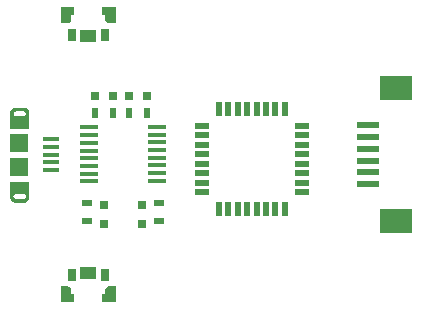
<source format=gtp>
G04 #@! TF.GenerationSoftware,KiCad,Pcbnew,(5.1.10)-1*
G04 #@! TF.CreationDate,2021-11-16T23:48:59-08:00*
G04 #@! TF.ProjectId,DigitalFadingLED,44696769-7461-46c4-9661-64696e674c45,rev?*
G04 #@! TF.SameCoordinates,Original*
G04 #@! TF.FileFunction,Paste,Top*
G04 #@! TF.FilePolarity,Positive*
%FSLAX46Y46*%
G04 Gerber Fmt 4.6, Leading zero omitted, Abs format (unit mm)*
G04 Created by KiCad (PCBNEW (5.1.10)-1) date 2021-11-16 23:48:59*
%MOMM*%
%LPD*%
G01*
G04 APERTURE LIST*
%ADD10C,0.000100*%
%ADD11R,2.799999X2.100000*%
%ADD12R,1.900000X0.600000*%
%ADD13C,0.100000*%
%ADD14R,0.700000X1.100000*%
%ADD15R,1.400000X1.100000*%
%ADD16R,0.800000X0.750000*%
%ADD17R,0.800000X0.800000*%
%ADD18R,1.550000X1.500000*%
%ADD19R,1.350000X0.400000*%
%ADD20R,0.500000X0.900000*%
%ADD21R,0.900000X0.500000*%
%ADD22R,1.200000X0.500000*%
%ADD23R,0.500000X1.200000*%
%ADD24R,1.500000X0.450000*%
G04 APERTURE END LIST*
D10*
G36*
X51587100Y-56205000D02*
G01*
X51787100Y-56205000D01*
X51787443Y-56218084D01*
X51788470Y-56231132D01*
X51790178Y-56244109D01*
X51792563Y-56256978D01*
X51795619Y-56269705D01*
X51799336Y-56282254D01*
X51803705Y-56294592D01*
X51808714Y-56306684D01*
X51814348Y-56318498D01*
X51820594Y-56330000D01*
X51827432Y-56341160D01*
X51834846Y-56351946D01*
X51842814Y-56362330D01*
X51851314Y-56372283D01*
X51860323Y-56381777D01*
X51869817Y-56390786D01*
X51879770Y-56399286D01*
X51890154Y-56407254D01*
X51900940Y-56414668D01*
X51912100Y-56421506D01*
X51923602Y-56427752D01*
X51935416Y-56433386D01*
X51947508Y-56438395D01*
X51959846Y-56442764D01*
X51972395Y-56446481D01*
X51985122Y-56449537D01*
X51997991Y-56451922D01*
X52010968Y-56453630D01*
X52024016Y-56454657D01*
X52037100Y-56455000D01*
X52687100Y-56455000D01*
X52700184Y-56454657D01*
X52713232Y-56453630D01*
X52726209Y-56451922D01*
X52739078Y-56449537D01*
X52751805Y-56446481D01*
X52764354Y-56442764D01*
X52776692Y-56438395D01*
X52788784Y-56433386D01*
X52800598Y-56427752D01*
X52812100Y-56421506D01*
X52823260Y-56414668D01*
X52834046Y-56407254D01*
X52844430Y-56399286D01*
X52854383Y-56390786D01*
X52863877Y-56381777D01*
X52872886Y-56372283D01*
X52881386Y-56362330D01*
X52889354Y-56351946D01*
X52896768Y-56341160D01*
X52903606Y-56330000D01*
X52909852Y-56318498D01*
X52915486Y-56306684D01*
X52920495Y-56294592D01*
X52924864Y-56282254D01*
X52928581Y-56269705D01*
X52931637Y-56256978D01*
X52934022Y-56244109D01*
X52935730Y-56231132D01*
X52936757Y-56218084D01*
X52937100Y-56205000D01*
X53137100Y-56205000D01*
X53136415Y-56231168D01*
X53134361Y-56257264D01*
X53130944Y-56283217D01*
X53126174Y-56308956D01*
X53120063Y-56334410D01*
X53112628Y-56359508D01*
X53103890Y-56384184D01*
X53093873Y-56408368D01*
X53082603Y-56431995D01*
X53070113Y-56455000D01*
X53056435Y-56477320D01*
X53041608Y-56498893D01*
X53025673Y-56519660D01*
X53008672Y-56539565D01*
X52990653Y-56558553D01*
X52971665Y-56576572D01*
X52951760Y-56593573D01*
X52930993Y-56609508D01*
X52909420Y-56624335D01*
X52887100Y-56638013D01*
X52864095Y-56650503D01*
X52840468Y-56661773D01*
X52816284Y-56671790D01*
X52791608Y-56680528D01*
X52766510Y-56687963D01*
X52741056Y-56694074D01*
X52715317Y-56698844D01*
X52689364Y-56702261D01*
X52663268Y-56704315D01*
X52637100Y-56705000D01*
X52087100Y-56705000D01*
X52060932Y-56704315D01*
X52034836Y-56702261D01*
X52008883Y-56698844D01*
X51983144Y-56694074D01*
X51957690Y-56687963D01*
X51932592Y-56680528D01*
X51907916Y-56671790D01*
X51883732Y-56661773D01*
X51860105Y-56650503D01*
X51837100Y-56638013D01*
X51814780Y-56624335D01*
X51793207Y-56609508D01*
X51772440Y-56593573D01*
X51752535Y-56576572D01*
X51733547Y-56558553D01*
X51715528Y-56539565D01*
X51698527Y-56519660D01*
X51682592Y-56498893D01*
X51667765Y-56477320D01*
X51654087Y-56455000D01*
X51641597Y-56431995D01*
X51630327Y-56408368D01*
X51620310Y-56384184D01*
X51611572Y-56359508D01*
X51604137Y-56334410D01*
X51598026Y-56308956D01*
X51593256Y-56283217D01*
X51589839Y-56257264D01*
X51587785Y-56231168D01*
X51587100Y-56205000D01*
G37*
X51587100Y-56205000D02*
X51787100Y-56205000D01*
X51787443Y-56218084D01*
X51788470Y-56231132D01*
X51790178Y-56244109D01*
X51792563Y-56256978D01*
X51795619Y-56269705D01*
X51799336Y-56282254D01*
X51803705Y-56294592D01*
X51808714Y-56306684D01*
X51814348Y-56318498D01*
X51820594Y-56330000D01*
X51827432Y-56341160D01*
X51834846Y-56351946D01*
X51842814Y-56362330D01*
X51851314Y-56372283D01*
X51860323Y-56381777D01*
X51869817Y-56390786D01*
X51879770Y-56399286D01*
X51890154Y-56407254D01*
X51900940Y-56414668D01*
X51912100Y-56421506D01*
X51923602Y-56427752D01*
X51935416Y-56433386D01*
X51947508Y-56438395D01*
X51959846Y-56442764D01*
X51972395Y-56446481D01*
X51985122Y-56449537D01*
X51997991Y-56451922D01*
X52010968Y-56453630D01*
X52024016Y-56454657D01*
X52037100Y-56455000D01*
X52687100Y-56455000D01*
X52700184Y-56454657D01*
X52713232Y-56453630D01*
X52726209Y-56451922D01*
X52739078Y-56449537D01*
X52751805Y-56446481D01*
X52764354Y-56442764D01*
X52776692Y-56438395D01*
X52788784Y-56433386D01*
X52800598Y-56427752D01*
X52812100Y-56421506D01*
X52823260Y-56414668D01*
X52834046Y-56407254D01*
X52844430Y-56399286D01*
X52854383Y-56390786D01*
X52863877Y-56381777D01*
X52872886Y-56372283D01*
X52881386Y-56362330D01*
X52889354Y-56351946D01*
X52896768Y-56341160D01*
X52903606Y-56330000D01*
X52909852Y-56318498D01*
X52915486Y-56306684D01*
X52920495Y-56294592D01*
X52924864Y-56282254D01*
X52928581Y-56269705D01*
X52931637Y-56256978D01*
X52934022Y-56244109D01*
X52935730Y-56231132D01*
X52936757Y-56218084D01*
X52937100Y-56205000D01*
X53137100Y-56205000D01*
X53136415Y-56231168D01*
X53134361Y-56257264D01*
X53130944Y-56283217D01*
X53126174Y-56308956D01*
X53120063Y-56334410D01*
X53112628Y-56359508D01*
X53103890Y-56384184D01*
X53093873Y-56408368D01*
X53082603Y-56431995D01*
X53070113Y-56455000D01*
X53056435Y-56477320D01*
X53041608Y-56498893D01*
X53025673Y-56519660D01*
X53008672Y-56539565D01*
X52990653Y-56558553D01*
X52971665Y-56576572D01*
X52951760Y-56593573D01*
X52930993Y-56609508D01*
X52909420Y-56624335D01*
X52887100Y-56638013D01*
X52864095Y-56650503D01*
X52840468Y-56661773D01*
X52816284Y-56671790D01*
X52791608Y-56680528D01*
X52766510Y-56687963D01*
X52741056Y-56694074D01*
X52715317Y-56698844D01*
X52689364Y-56702261D01*
X52663268Y-56704315D01*
X52637100Y-56705000D01*
X52087100Y-56705000D01*
X52060932Y-56704315D01*
X52034836Y-56702261D01*
X52008883Y-56698844D01*
X51983144Y-56694074D01*
X51957690Y-56687963D01*
X51932592Y-56680528D01*
X51907916Y-56671790D01*
X51883732Y-56661773D01*
X51860105Y-56650503D01*
X51837100Y-56638013D01*
X51814780Y-56624335D01*
X51793207Y-56609508D01*
X51772440Y-56593573D01*
X51752535Y-56576572D01*
X51733547Y-56558553D01*
X51715528Y-56539565D01*
X51698527Y-56519660D01*
X51682592Y-56498893D01*
X51667765Y-56477320D01*
X51654087Y-56455000D01*
X51641597Y-56431995D01*
X51630327Y-56408368D01*
X51620310Y-56384184D01*
X51611572Y-56359508D01*
X51604137Y-56334410D01*
X51598026Y-56308956D01*
X51593256Y-56283217D01*
X51589839Y-56257264D01*
X51587785Y-56231168D01*
X51587100Y-56205000D01*
G36*
X51587100Y-56205000D02*
G01*
X51787100Y-56205000D01*
X51787443Y-56191916D01*
X51788470Y-56178868D01*
X51790178Y-56165891D01*
X51792563Y-56153022D01*
X51795619Y-56140295D01*
X51799336Y-56127746D01*
X51803705Y-56115408D01*
X51808714Y-56103316D01*
X51814348Y-56091502D01*
X51820594Y-56080000D01*
X51827432Y-56068840D01*
X51834846Y-56058054D01*
X51842814Y-56047670D01*
X51851314Y-56037717D01*
X51860323Y-56028223D01*
X51869817Y-56019214D01*
X51879770Y-56010714D01*
X51890154Y-56002746D01*
X51900940Y-55995332D01*
X51912100Y-55988494D01*
X51923602Y-55982248D01*
X51935416Y-55976614D01*
X51947508Y-55971605D01*
X51959846Y-55967236D01*
X51972395Y-55963519D01*
X51985122Y-55960463D01*
X51997991Y-55958078D01*
X52010968Y-55956370D01*
X52024016Y-55955343D01*
X52037100Y-55955000D01*
X52687100Y-55955000D01*
X52700184Y-55955343D01*
X52713232Y-55956370D01*
X52726209Y-55958078D01*
X52739078Y-55960463D01*
X52751805Y-55963519D01*
X52764354Y-55967236D01*
X52776692Y-55971605D01*
X52788784Y-55976614D01*
X52800598Y-55982248D01*
X52812100Y-55988494D01*
X52823260Y-55995332D01*
X52834046Y-56002746D01*
X52844430Y-56010714D01*
X52854383Y-56019214D01*
X52863877Y-56028223D01*
X52872886Y-56037717D01*
X52881386Y-56047670D01*
X52889354Y-56058054D01*
X52896768Y-56068840D01*
X52903606Y-56080000D01*
X52909852Y-56091502D01*
X52915486Y-56103316D01*
X52920495Y-56115408D01*
X52924864Y-56127746D01*
X52928581Y-56140295D01*
X52931637Y-56153022D01*
X52934022Y-56165891D01*
X52935730Y-56178868D01*
X52936757Y-56191916D01*
X52937100Y-56205000D01*
X53137100Y-56205000D01*
X53137100Y-55005000D01*
X51587100Y-55005000D01*
X51587100Y-56205000D01*
G37*
X51587100Y-56205000D02*
X51787100Y-56205000D01*
X51787443Y-56191916D01*
X51788470Y-56178868D01*
X51790178Y-56165891D01*
X51792563Y-56153022D01*
X51795619Y-56140295D01*
X51799336Y-56127746D01*
X51803705Y-56115408D01*
X51808714Y-56103316D01*
X51814348Y-56091502D01*
X51820594Y-56080000D01*
X51827432Y-56068840D01*
X51834846Y-56058054D01*
X51842814Y-56047670D01*
X51851314Y-56037717D01*
X51860323Y-56028223D01*
X51869817Y-56019214D01*
X51879770Y-56010714D01*
X51890154Y-56002746D01*
X51900940Y-55995332D01*
X51912100Y-55988494D01*
X51923602Y-55982248D01*
X51935416Y-55976614D01*
X51947508Y-55971605D01*
X51959846Y-55967236D01*
X51972395Y-55963519D01*
X51985122Y-55960463D01*
X51997991Y-55958078D01*
X52010968Y-55956370D01*
X52024016Y-55955343D01*
X52037100Y-55955000D01*
X52687100Y-55955000D01*
X52700184Y-55955343D01*
X52713232Y-55956370D01*
X52726209Y-55958078D01*
X52739078Y-55960463D01*
X52751805Y-55963519D01*
X52764354Y-55967236D01*
X52776692Y-55971605D01*
X52788784Y-55976614D01*
X52800598Y-55982248D01*
X52812100Y-55988494D01*
X52823260Y-55995332D01*
X52834046Y-56002746D01*
X52844430Y-56010714D01*
X52854383Y-56019214D01*
X52863877Y-56028223D01*
X52872886Y-56037717D01*
X52881386Y-56047670D01*
X52889354Y-56058054D01*
X52896768Y-56068840D01*
X52903606Y-56080000D01*
X52909852Y-56091502D01*
X52915486Y-56103316D01*
X52920495Y-56115408D01*
X52924864Y-56127746D01*
X52928581Y-56140295D01*
X52931637Y-56153022D01*
X52934022Y-56165891D01*
X52935730Y-56178868D01*
X52936757Y-56191916D01*
X52937100Y-56205000D01*
X53137100Y-56205000D01*
X53137100Y-55005000D01*
X51587100Y-55005000D01*
X51587100Y-56205000D01*
X51592100Y-56205000D02*
X51762100Y-56205000D01*
G36*
X53137100Y-49205000D02*
G01*
X52937100Y-49205000D01*
X52936757Y-49191916D01*
X52935730Y-49178868D01*
X52934022Y-49165891D01*
X52931637Y-49153022D01*
X52928581Y-49140295D01*
X52924864Y-49127746D01*
X52920495Y-49115408D01*
X52915486Y-49103316D01*
X52909852Y-49091502D01*
X52903606Y-49080000D01*
X52896768Y-49068840D01*
X52889354Y-49058054D01*
X52881386Y-49047670D01*
X52872886Y-49037717D01*
X52863877Y-49028223D01*
X52854383Y-49019214D01*
X52844430Y-49010714D01*
X52834046Y-49002746D01*
X52823260Y-48995332D01*
X52812100Y-48988494D01*
X52800598Y-48982248D01*
X52788784Y-48976614D01*
X52776692Y-48971605D01*
X52764354Y-48967236D01*
X52751805Y-48963519D01*
X52739078Y-48960463D01*
X52726209Y-48958078D01*
X52713232Y-48956370D01*
X52700184Y-48955343D01*
X52687100Y-48955000D01*
X52037100Y-48955000D01*
X52024016Y-48955343D01*
X52010968Y-48956370D01*
X51997991Y-48958078D01*
X51985122Y-48960463D01*
X51972395Y-48963519D01*
X51959846Y-48967236D01*
X51947508Y-48971605D01*
X51935416Y-48976614D01*
X51923602Y-48982248D01*
X51912100Y-48988494D01*
X51900940Y-48995332D01*
X51890154Y-49002746D01*
X51879770Y-49010714D01*
X51869817Y-49019214D01*
X51860323Y-49028223D01*
X51851314Y-49037717D01*
X51842814Y-49047670D01*
X51834846Y-49058054D01*
X51827432Y-49068840D01*
X51820594Y-49080000D01*
X51814348Y-49091502D01*
X51808714Y-49103316D01*
X51803705Y-49115408D01*
X51799336Y-49127746D01*
X51795619Y-49140295D01*
X51792563Y-49153022D01*
X51790178Y-49165891D01*
X51788470Y-49178868D01*
X51787443Y-49191916D01*
X51787100Y-49205000D01*
X51587100Y-49205000D01*
X51587785Y-49178832D01*
X51589839Y-49152736D01*
X51593256Y-49126783D01*
X51598026Y-49101044D01*
X51604137Y-49075590D01*
X51611572Y-49050492D01*
X51620310Y-49025816D01*
X51630327Y-49001632D01*
X51641597Y-48978005D01*
X51654087Y-48955000D01*
X51667765Y-48932680D01*
X51682592Y-48911107D01*
X51698527Y-48890340D01*
X51715528Y-48870435D01*
X51733547Y-48851447D01*
X51752535Y-48833428D01*
X51772440Y-48816427D01*
X51793207Y-48800492D01*
X51814780Y-48785665D01*
X51837100Y-48771987D01*
X51860105Y-48759497D01*
X51883732Y-48748227D01*
X51907916Y-48738210D01*
X51932592Y-48729472D01*
X51957690Y-48722037D01*
X51983144Y-48715926D01*
X52008883Y-48711156D01*
X52034836Y-48707739D01*
X52060932Y-48705685D01*
X52087100Y-48705000D01*
X52637100Y-48705000D01*
X52663268Y-48705685D01*
X52689364Y-48707739D01*
X52715317Y-48711156D01*
X52741056Y-48715926D01*
X52766510Y-48722037D01*
X52791608Y-48729472D01*
X52816284Y-48738210D01*
X52840468Y-48748227D01*
X52864095Y-48759497D01*
X52887100Y-48771987D01*
X52909420Y-48785665D01*
X52930993Y-48800492D01*
X52951760Y-48816427D01*
X52971665Y-48833428D01*
X52990653Y-48851447D01*
X53008672Y-48870435D01*
X53025673Y-48890340D01*
X53041608Y-48911107D01*
X53056435Y-48932680D01*
X53070113Y-48955000D01*
X53082603Y-48978005D01*
X53093873Y-49001632D01*
X53103890Y-49025816D01*
X53112628Y-49050492D01*
X53120063Y-49075590D01*
X53126174Y-49101044D01*
X53130944Y-49126783D01*
X53134361Y-49152736D01*
X53136415Y-49178832D01*
X53137100Y-49205000D01*
G37*
X53137100Y-49205000D02*
X52937100Y-49205000D01*
X52936757Y-49191916D01*
X52935730Y-49178868D01*
X52934022Y-49165891D01*
X52931637Y-49153022D01*
X52928581Y-49140295D01*
X52924864Y-49127746D01*
X52920495Y-49115408D01*
X52915486Y-49103316D01*
X52909852Y-49091502D01*
X52903606Y-49080000D01*
X52896768Y-49068840D01*
X52889354Y-49058054D01*
X52881386Y-49047670D01*
X52872886Y-49037717D01*
X52863877Y-49028223D01*
X52854383Y-49019214D01*
X52844430Y-49010714D01*
X52834046Y-49002746D01*
X52823260Y-48995332D01*
X52812100Y-48988494D01*
X52800598Y-48982248D01*
X52788784Y-48976614D01*
X52776692Y-48971605D01*
X52764354Y-48967236D01*
X52751805Y-48963519D01*
X52739078Y-48960463D01*
X52726209Y-48958078D01*
X52713232Y-48956370D01*
X52700184Y-48955343D01*
X52687100Y-48955000D01*
X52037100Y-48955000D01*
X52024016Y-48955343D01*
X52010968Y-48956370D01*
X51997991Y-48958078D01*
X51985122Y-48960463D01*
X51972395Y-48963519D01*
X51959846Y-48967236D01*
X51947508Y-48971605D01*
X51935416Y-48976614D01*
X51923602Y-48982248D01*
X51912100Y-48988494D01*
X51900940Y-48995332D01*
X51890154Y-49002746D01*
X51879770Y-49010714D01*
X51869817Y-49019214D01*
X51860323Y-49028223D01*
X51851314Y-49037717D01*
X51842814Y-49047670D01*
X51834846Y-49058054D01*
X51827432Y-49068840D01*
X51820594Y-49080000D01*
X51814348Y-49091502D01*
X51808714Y-49103316D01*
X51803705Y-49115408D01*
X51799336Y-49127746D01*
X51795619Y-49140295D01*
X51792563Y-49153022D01*
X51790178Y-49165891D01*
X51788470Y-49178868D01*
X51787443Y-49191916D01*
X51787100Y-49205000D01*
X51587100Y-49205000D01*
X51587785Y-49178832D01*
X51589839Y-49152736D01*
X51593256Y-49126783D01*
X51598026Y-49101044D01*
X51604137Y-49075590D01*
X51611572Y-49050492D01*
X51620310Y-49025816D01*
X51630327Y-49001632D01*
X51641597Y-48978005D01*
X51654087Y-48955000D01*
X51667765Y-48932680D01*
X51682592Y-48911107D01*
X51698527Y-48890340D01*
X51715528Y-48870435D01*
X51733547Y-48851447D01*
X51752535Y-48833428D01*
X51772440Y-48816427D01*
X51793207Y-48800492D01*
X51814780Y-48785665D01*
X51837100Y-48771987D01*
X51860105Y-48759497D01*
X51883732Y-48748227D01*
X51907916Y-48738210D01*
X51932592Y-48729472D01*
X51957690Y-48722037D01*
X51983144Y-48715926D01*
X52008883Y-48711156D01*
X52034836Y-48707739D01*
X52060932Y-48705685D01*
X52087100Y-48705000D01*
X52637100Y-48705000D01*
X52663268Y-48705685D01*
X52689364Y-48707739D01*
X52715317Y-48711156D01*
X52741056Y-48715926D01*
X52766510Y-48722037D01*
X52791608Y-48729472D01*
X52816284Y-48738210D01*
X52840468Y-48748227D01*
X52864095Y-48759497D01*
X52887100Y-48771987D01*
X52909420Y-48785665D01*
X52930993Y-48800492D01*
X52951760Y-48816427D01*
X52971665Y-48833428D01*
X52990653Y-48851447D01*
X53008672Y-48870435D01*
X53025673Y-48890340D01*
X53041608Y-48911107D01*
X53056435Y-48932680D01*
X53070113Y-48955000D01*
X53082603Y-48978005D01*
X53093873Y-49001632D01*
X53103890Y-49025816D01*
X53112628Y-49050492D01*
X53120063Y-49075590D01*
X53126174Y-49101044D01*
X53130944Y-49126783D01*
X53134361Y-49152736D01*
X53136415Y-49178832D01*
X53137100Y-49205000D01*
G36*
X53137100Y-49205000D02*
G01*
X52937100Y-49205000D01*
X52936757Y-49218084D01*
X52935730Y-49231132D01*
X52934022Y-49244109D01*
X52931637Y-49256978D01*
X52928581Y-49269705D01*
X52924864Y-49282254D01*
X52920495Y-49294592D01*
X52915486Y-49306684D01*
X52909852Y-49318498D01*
X52903606Y-49330000D01*
X52896768Y-49341160D01*
X52889354Y-49351946D01*
X52881386Y-49362330D01*
X52872886Y-49372283D01*
X52863877Y-49381777D01*
X52854383Y-49390786D01*
X52844430Y-49399286D01*
X52834046Y-49407254D01*
X52823260Y-49414668D01*
X52812100Y-49421506D01*
X52800598Y-49427752D01*
X52788784Y-49433386D01*
X52776692Y-49438395D01*
X52764354Y-49442764D01*
X52751805Y-49446481D01*
X52739078Y-49449537D01*
X52726209Y-49451922D01*
X52713232Y-49453630D01*
X52700184Y-49454657D01*
X52687100Y-49455000D01*
X52037100Y-49455000D01*
X52024016Y-49454657D01*
X52010968Y-49453630D01*
X51997991Y-49451922D01*
X51985122Y-49449537D01*
X51972395Y-49446481D01*
X51959846Y-49442764D01*
X51947508Y-49438395D01*
X51935416Y-49433386D01*
X51923602Y-49427752D01*
X51912100Y-49421506D01*
X51900940Y-49414668D01*
X51890154Y-49407254D01*
X51879770Y-49399286D01*
X51869817Y-49390786D01*
X51860323Y-49381777D01*
X51851314Y-49372283D01*
X51842814Y-49362330D01*
X51834846Y-49351946D01*
X51827432Y-49341160D01*
X51820594Y-49330000D01*
X51814348Y-49318498D01*
X51808714Y-49306684D01*
X51803705Y-49294592D01*
X51799336Y-49282254D01*
X51795619Y-49269705D01*
X51792563Y-49256978D01*
X51790178Y-49244109D01*
X51788470Y-49231132D01*
X51787443Y-49218084D01*
X51787100Y-49205000D01*
X51587100Y-49205000D01*
X51587100Y-50405000D01*
X53137100Y-50405000D01*
X53137100Y-49205000D01*
G37*
X53137100Y-49205000D02*
X52937100Y-49205000D01*
X52936757Y-49218084D01*
X52935730Y-49231132D01*
X52934022Y-49244109D01*
X52931637Y-49256978D01*
X52928581Y-49269705D01*
X52924864Y-49282254D01*
X52920495Y-49294592D01*
X52915486Y-49306684D01*
X52909852Y-49318498D01*
X52903606Y-49330000D01*
X52896768Y-49341160D01*
X52889354Y-49351946D01*
X52881386Y-49362330D01*
X52872886Y-49372283D01*
X52863877Y-49381777D01*
X52854383Y-49390786D01*
X52844430Y-49399286D01*
X52834046Y-49407254D01*
X52823260Y-49414668D01*
X52812100Y-49421506D01*
X52800598Y-49427752D01*
X52788784Y-49433386D01*
X52776692Y-49438395D01*
X52764354Y-49442764D01*
X52751805Y-49446481D01*
X52739078Y-49449537D01*
X52726209Y-49451922D01*
X52713232Y-49453630D01*
X52700184Y-49454657D01*
X52687100Y-49455000D01*
X52037100Y-49455000D01*
X52024016Y-49454657D01*
X52010968Y-49453630D01*
X51997991Y-49451922D01*
X51985122Y-49449537D01*
X51972395Y-49446481D01*
X51959846Y-49442764D01*
X51947508Y-49438395D01*
X51935416Y-49433386D01*
X51923602Y-49427752D01*
X51912100Y-49421506D01*
X51900940Y-49414668D01*
X51890154Y-49407254D01*
X51879770Y-49399286D01*
X51869817Y-49390786D01*
X51860323Y-49381777D01*
X51851314Y-49372283D01*
X51842814Y-49362330D01*
X51834846Y-49351946D01*
X51827432Y-49341160D01*
X51820594Y-49330000D01*
X51814348Y-49318498D01*
X51808714Y-49306684D01*
X51803705Y-49294592D01*
X51799336Y-49282254D01*
X51795619Y-49269705D01*
X51792563Y-49256978D01*
X51790178Y-49244109D01*
X51788470Y-49231132D01*
X51787443Y-49218084D01*
X51787100Y-49205000D01*
X51587100Y-49205000D01*
X51587100Y-50405000D01*
X53137100Y-50405000D01*
X53137100Y-49205000D01*
X53132100Y-49205000D02*
X52962100Y-49205000D01*
D11*
X84239600Y-47049000D03*
X84239600Y-58349000D03*
D12*
X81889600Y-55199000D03*
X81889600Y-50199000D03*
X81889600Y-51199000D03*
X81889600Y-52199000D03*
X81889600Y-53199000D03*
X81889600Y-54199000D03*
D13*
G36*
X60537100Y-41587300D02*
G01*
X60002100Y-41587300D01*
X60002100Y-41585304D01*
X59978408Y-41582971D01*
X59939908Y-41575313D01*
X59902344Y-41563918D01*
X59866078Y-41548896D01*
X59831459Y-41530391D01*
X59798820Y-41508583D01*
X59768476Y-41483680D01*
X59740720Y-41455924D01*
X59715817Y-41425580D01*
X59694009Y-41392941D01*
X59675504Y-41358322D01*
X59660482Y-41322056D01*
X59649087Y-41284492D01*
X59641429Y-41245992D01*
X59637582Y-41206927D01*
X59637582Y-41187300D01*
X59637100Y-41187300D01*
X59637100Y-40887300D01*
X59387100Y-40887300D01*
X59387100Y-40237300D01*
X60537100Y-40237300D01*
X60537100Y-41587300D01*
G37*
G36*
X57027100Y-40887300D02*
G01*
X56777100Y-40887300D01*
X56777100Y-41187300D01*
X56776618Y-41187300D01*
X56776618Y-41206927D01*
X56772771Y-41245992D01*
X56765113Y-41284492D01*
X56753718Y-41322056D01*
X56738696Y-41358322D01*
X56720191Y-41392941D01*
X56698383Y-41425580D01*
X56673480Y-41455924D01*
X56645724Y-41483680D01*
X56615380Y-41508583D01*
X56582741Y-41530391D01*
X56548122Y-41548896D01*
X56511856Y-41563918D01*
X56474292Y-41575313D01*
X56435792Y-41582971D01*
X56412100Y-41585304D01*
X56412100Y-41587300D01*
X55877100Y-41587300D01*
X55877100Y-40237300D01*
X57027100Y-40237300D01*
X57027100Y-40887300D01*
G37*
D14*
X59607100Y-42532300D03*
D15*
X58207100Y-42682300D03*
D14*
X56807100Y-42532300D03*
D13*
G36*
X55874100Y-63822700D02*
G01*
X56409100Y-63822700D01*
X56409100Y-63824696D01*
X56432792Y-63827029D01*
X56471292Y-63834687D01*
X56508856Y-63846082D01*
X56545122Y-63861104D01*
X56579741Y-63879609D01*
X56612380Y-63901417D01*
X56642724Y-63926320D01*
X56670480Y-63954076D01*
X56695383Y-63984420D01*
X56717191Y-64017059D01*
X56735696Y-64051678D01*
X56750718Y-64087944D01*
X56762113Y-64125508D01*
X56769771Y-64164008D01*
X56773618Y-64203073D01*
X56773618Y-64222700D01*
X56774100Y-64222700D01*
X56774100Y-64522700D01*
X57024100Y-64522700D01*
X57024100Y-65172700D01*
X55874100Y-65172700D01*
X55874100Y-63822700D01*
G37*
G36*
X59384100Y-64522700D02*
G01*
X59634100Y-64522700D01*
X59634100Y-64222700D01*
X59634582Y-64222700D01*
X59634582Y-64203073D01*
X59638429Y-64164008D01*
X59646087Y-64125508D01*
X59657482Y-64087944D01*
X59672504Y-64051678D01*
X59691009Y-64017059D01*
X59712817Y-63984420D01*
X59737720Y-63954076D01*
X59765476Y-63926320D01*
X59795820Y-63901417D01*
X59828459Y-63879609D01*
X59863078Y-63861104D01*
X59899344Y-63846082D01*
X59936908Y-63834687D01*
X59975408Y-63827029D01*
X59999100Y-63824696D01*
X59999100Y-63822700D01*
X60534100Y-63822700D01*
X60534100Y-65172700D01*
X59384100Y-65172700D01*
X59384100Y-64522700D01*
G37*
D14*
X56804100Y-62877700D03*
D15*
X58204100Y-62727700D03*
D14*
X59604100Y-62877700D03*
D16*
X61683200Y-47688500D03*
X63183200Y-47688500D03*
X60286900Y-47688500D03*
X58786900Y-47688500D03*
D17*
X62725300Y-56946800D03*
X62725300Y-58546800D03*
X59563000Y-58572200D03*
X59563000Y-56972200D03*
D18*
X52362100Y-53705000D03*
X52362100Y-51705000D03*
D19*
X55062100Y-54005000D03*
X55062100Y-53355000D03*
X55062100Y-52705000D03*
X55062100Y-52055000D03*
X55062100Y-51405000D03*
D20*
X60299600Y-49149000D03*
X58799600Y-49149000D03*
X63183900Y-49161700D03*
X61683900Y-49161700D03*
D21*
X64185800Y-56818400D03*
X64185800Y-58318400D03*
X58077100Y-58319100D03*
X58077100Y-56819100D03*
D22*
X67803100Y-50265100D03*
X67803100Y-51065100D03*
X67803100Y-51865100D03*
X67803100Y-52665100D03*
X67803100Y-53465100D03*
X67803100Y-54265100D03*
X67803100Y-55065100D03*
X67803100Y-55865100D03*
D23*
X69253100Y-48815100D03*
X70053100Y-48815100D03*
X70853100Y-48815100D03*
X71653100Y-48815100D03*
X72453100Y-48815100D03*
X73253100Y-48815100D03*
X74053100Y-48815100D03*
X74853100Y-48815100D03*
X74853100Y-57315100D03*
X74053100Y-57315100D03*
X73253100Y-57315100D03*
X72453100Y-57315100D03*
X71653100Y-57315100D03*
X70853100Y-57315100D03*
X70053100Y-57315100D03*
X69253100Y-57315100D03*
D22*
X76303100Y-53465100D03*
X76303100Y-50265100D03*
X76303100Y-51865100D03*
X76303100Y-52665100D03*
X76303100Y-51065100D03*
X76303100Y-55865100D03*
X76303100Y-55065100D03*
X76303100Y-54265100D03*
D24*
X64058800Y-54914800D03*
X64058800Y-54264800D03*
X64058800Y-53614800D03*
X64058800Y-52964800D03*
X64058800Y-52314800D03*
X64058800Y-51664800D03*
X64058800Y-51014800D03*
X64058800Y-50374800D03*
X58258800Y-50374800D03*
X58258800Y-51034800D03*
X58258800Y-51694800D03*
X58258800Y-52354800D03*
X58258800Y-53004800D03*
X58258800Y-53654800D03*
X58258800Y-54314800D03*
X58258800Y-54964800D03*
M02*

</source>
